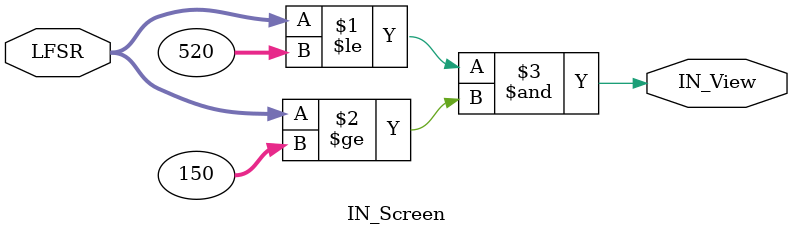
<source format=v>
`timescale 1ns / 1ps
module IN_Screen(LFSR, IN_View);

input [15:0] LFSR;

output IN_View;

	//assign IN_View = (520 >= LFSR >= 150);
	assign IN_View = ((LFSR <= 520) & (LFSR >= 150));

endmodule

</source>
